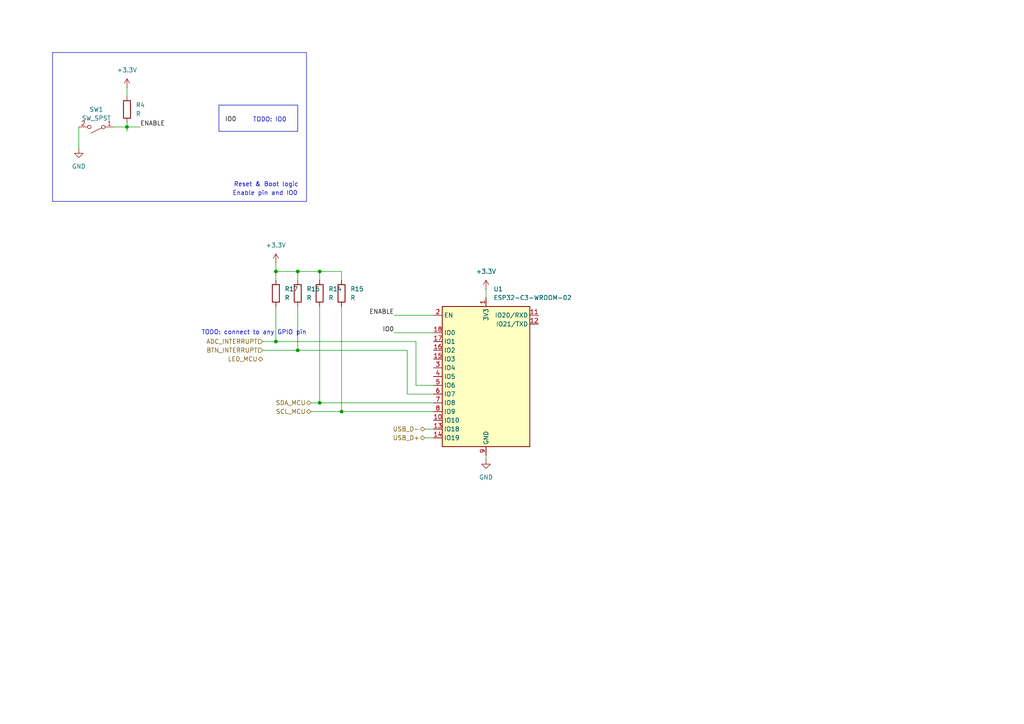
<source format=kicad_sch>
(kicad_sch (version 20250114) (generator "eeschema") (generator_version "9.0")
  (paper "A4")
  (lib_symbols
    (symbol "Device:R" (pin_numbers (hide yes)) (pin_names (offset 0))
      (property "Reference" "R" (at 2.032 0 90))
      (property "Value" "R" (at 0 0 90))
      (symbol "R_0_1"
        (rectangle (start -1.016 -2.54) (end 1.016 2.54) (stroke (width 0.254)))
      )
      (symbol "R_1_1"
        (pin passive line (at 0 3.81 270) (length 1.27) (name "~") (number "1"))
        (pin passive line (at 0 -3.81 90) (length 1.27) (name "~") (number "2"))
      )
    )
    (symbol "RF_Module:ESP32-C3-WROOM-02"
      (property "Reference" "U" (at -12.192 21.336 0))
      (property "Value" "ESP32-C3-WROOM-02" (at 12.192 21.336 0))
      (symbol "ESP32-C3-WROOM-02_1_1"
        (rectangle (start -12.7 20.32) (end 12.7 -20.32) (stroke (width 0.254)) (fill (type background)))
        (pin input line (at -15.24 17.78 0) (length 2.54) (name "EN") (number "2"))
        (pin bidirectional line (at -15.24 12.7 0) (length 2.54) (name "IO0") (number "18"))
        (pin bidirectional line (at -15.24 10.16 0) (length 2.54) (name "IO1") (number "17"))
        (pin bidirectional line (at -15.24 7.62 0) (length 2.54) (name "IO2") (number "16"))
        (pin bidirectional line (at -15.24 5.08 0) (length 2.54) (name "IO3") (number "15"))
        (pin bidirectional line (at -15.24 2.54 0) (length 2.54) (name "IO4") (number "3"))
        (pin bidirectional line (at -15.24 0 0) (length 2.54) (name "IO5") (number "4"))
        (pin bidirectional line (at -15.24 -2.54 0) (length 2.54) (name "IO6") (number "5"))
        (pin bidirectional line (at -15.24 -5.08 0) (length 2.54) (name "IO7") (number "6"))
        (pin bidirectional line (at -15.24 -7.62 0) (length 2.54) (name "IO8") (number "7"))
        (pin bidirectional line (at -15.24 -10.16 0) (length 2.54) (name "IO9") (number "8"))
        (pin bidirectional line (at -15.24 -12.7 0) (length 2.54) (name "IO10") (number "10"))
        (pin bidirectional line (at -15.24 -15.24 0) (length 2.54) (name "IO18") (number "13"))
        (pin bidirectional line (at -15.24 -17.78 0) (length 2.54) (name "IO19") (number "14"))
        (pin power_in line (at 0 22.86 270) (length 2.54) (name "3V3") (number "1"))
        (pin passive line (at 0 -22.86 90) (length 2.54) (hide yes) (name "GND") (number "19"))
        (pin power_in line (at 0 -22.86 90) (length 2.54) (name "GND") (number "9"))
        (pin bidirectional line (at 15.24 17.78 180) (length 2.54) (name "IO20/RXD") (number "11"))
        (pin bidirectional line (at 15.24 15.24 180) (length 2.54) (name "IO21/TXD") (number "12"))
      )
    )
    (symbol "Switch:SW_SPST" (pin_names (offset 0) (hide yes))
      (property "Reference" "SW" (at 0 3.175 0))
      (property "Value" "SW_SPST" (at 0 -2.54 0))
      (symbol "SW_SPST_0_0"
        (circle (center -2.032 0) (radius 0.508))
        (polyline (pts (xy -1.524 0.254) (xy 1.524 1.778)))
        (circle (center 2.032 0) (radius 0.508))
      )
      (symbol "SW_SPST_1_1"
        (pin passive line (at -5.08 0 0) (length 2.54) (name "A") (number "1"))
        (pin passive line (at 5.08 0 180) (length 2.54) (name "B") (number "2"))
      )
    )
    (symbol "power:+3.3V" (power) (pin_numbers (hide yes)) (pin_names (offset 0) (hide yes))
      (property "Value" "+3.3V" (at 0 3.556 0))
      (symbol "+3.3V_0_1"
        (polyline (pts (xy -0.762 1.27) (xy 0 2.54)))
        (polyline (pts (xy 0 2.54) (xy 0.762 1.27)))
        (polyline (pts (xy 0 0) (xy 0 2.54)))
      )
      (symbol "+3.3V_1_1"
        (pin power_in line (at 0 0 90) (length 0) (name "~") (number "1"))
      )
    )
    (symbol "power:GND" (power) (pin_numbers (hide yes)) (pin_names (offset 0) (hide yes))
      (property "Value" "GND" (at 0 -3.81 0))
      (symbol "GND_0_1"
        (polyline (pts (xy 0 0) (xy 0 -1.27) (xy 1.27 -1.27) (xy 0 -2.54) (xy -1.27 -1.27) (xy 0 -1.27)))
      )
      (symbol "GND_1_1"
        (pin power_in line (at 0 0 270) (length 0) (name "~") (number "1"))
      )
    )
  )
  (rectangle (start 15.24 15.24) (end 88.9 58.42))
  (rectangle (start 63.5 30.48) (end 86.36 38.1))
  (text "TODO: IO0" (at 78.232 34.798 0) (effects (font (size 1.27 1.27))))
  (text "Reset & Boot logic" (at 86.614 53.594 0) (effects (font (size 1.27 1.27)) (justify right)))
  (text "Enable pin and IO0" (at 86.36 56.134 0) (effects (font (size 1.27 1.27)) (justify right)))
  (text "TODO: connect to any GPIO pin" (at 73.66 96.52 0) (effects (font (size 1.27 1.27))))
  (junction (at 92.71 116.84))
  (junction (at 36.83 36.83))
  (junction (at 86.36 78.74))
  (junction (at 99.06 119.38))
  (junction (at 80.01 78.74))
  (junction (at 86.36 101.6))
  (junction (at 80.01 99.06))
  (junction (at 92.71 78.74))
  (wire (pts (xy 114.3 91.44) (xy 125.73 91.44)))
  (wire (pts (xy 125.73 114.3) (xy 118.11 114.3)))
  (wire (pts (xy 92.71 78.74) (xy 92.71 81.28)))
  (wire (pts (xy 140.97 83.82) (xy 140.97 86.36)))
  (wire (pts (xy 76.2 99.06) (xy 80.01 99.06)))
  (wire (pts (xy 92.71 88.9) (xy 92.71 116.84)))
  (wire (pts (xy 80.01 99.06) (xy 80.01 88.9)))
  (wire (pts (xy 86.36 101.6) (xy 86.36 88.9)))
  (wire (pts (xy 90.17 116.84) (xy 92.71 116.84)))
  (wire (pts (xy 92.71 116.84) (xy 125.73 116.84)))
  (wire (pts (xy 140.97 132.08) (xy 140.97 133.35)))
  (wire (pts (xy 40.64 36.83) (xy 36.83 36.83)))
  (wire (pts (xy 80.01 99.06) (xy 120.65 99.06)))
  (wire (pts (xy 76.2 101.6) (xy 86.36 101.6)))
  (wire (pts (xy 123.19 127) (xy 125.73 127)))
  (wire (pts (xy 99.06 88.9) (xy 99.06 119.38)))
  (wire (pts (xy 114.3 96.52) (xy 125.73 96.52)))
  (wire (pts (xy 86.36 101.6) (xy 118.11 101.6)))
  (wire (pts (xy 36.83 38.1) (xy 36.83 36.83)))
  (wire (pts (xy 92.71 78.74) (xy 99.06 78.74)))
  (wire (pts (xy 36.83 35.56) (xy 36.83 36.83)))
  (wire (pts (xy 118.11 114.3) (xy 118.11 101.6)))
  (wire (pts (xy 120.65 111.76) (xy 125.73 111.76)))
  (wire (pts (xy 80.01 81.28) (xy 80.01 78.74)))
  (wire (pts (xy 86.36 78.74) (xy 86.36 81.28)))
  (wire (pts (xy 22.86 36.83) (xy 22.86 43.18)))
  (wire (pts (xy 33.02 36.83) (xy 36.83 36.83)))
  (wire (pts (xy 99.06 119.38) (xy 125.73 119.38)))
  (wire (pts (xy 80.01 76.2) (xy 80.01 78.74)))
  (wire (pts (xy 86.36 78.74) (xy 92.71 78.74)))
  (wire (pts (xy 120.65 99.06) (xy 120.65 111.76)))
  (wire (pts (xy 123.19 124.46) (xy 125.73 124.46)))
  (wire (pts (xy 99.06 78.74) (xy 99.06 81.28)))
  (wire (pts (xy 36.83 25.4) (xy 36.83 27.94)))
  (wire (pts (xy 80.01 78.74) (xy 86.36 78.74)))
  (wire (pts (xy 90.17 119.38) (xy 99.06 119.38)))
  (label "ENABLE" (at 114.3 91.44 180))
  (label "IO0" (at 68.58 35.56 180))
  (label "IO0" (at 114.3 96.52 180))
  (label "ENABLE" (at 40.64 36.83 0))
  (hierarchical_label "USB_D-" (shape bidirectional) (at 123.19 124.46 180))
  (hierarchical_label "USB_D+" (shape bidirectional) (at 123.19 127 180))
  (hierarchical_label "SCL_MCU" (shape bidirectional) (at 90.17 119.38 180))
  (hierarchical_label "ADC_INTERRUPT" (shape input) (at 76.2 99.06 180))
  (hierarchical_label "SDA_MCU" (shape bidirectional) (at 90.17 116.84 180))
  (hierarchical_label "LED_MCU" (shape bidirectional) (at 76.2 104.14 180))
  (hierarchical_label "BTN_INTERRUPT" (shape input) (at 76.2 101.6 180))
  (symbol (lib_id "Device:R") (at 86.36 85.09 0) (unit 1)
    (property "Reference" "R16" (at 88.9 83.8199 0) (effects (justify left)))
    (property "Value" "R" (at 88.9 86.3599 0) (effects (justify left)))
    (property "Description" "Resistor" (effects (hide yes)))
  )
  (symbol (lib_id "RF_Module:ESP32-C3-WROOM-02") (at 140.97 109.22 0) (unit 1)
    (property "Reference" "U1" (at 143.1133 83.82 0) (effects (justify left)))
    (property "Value" "ESP32-C3-WROOM-02" (at 143.1133 86.36 0) (effects (justify left)))
    (property "Footprint" "RF_Module:ESP32-C3-WROOM-02" (effects (hide yes)))
    (property "Datasheet" "https://www.espressif.com/sites/default/files/documentation/esp32-c3-wroom-02_datasheet_en.pdf" (effects (hide yes)))
    (property "Description" "802.11 b/g/n Wi­Fi and Bluetooth 5 module, ESP32­C3 SoC, RISC­V microprocessor, On-board antenna" (effects (hide yes)))
  )
  (symbol (lib_id "power:GND") (at 22.86 43.18 0) (unit 1)
    (property "Reference" "#PWR08" (effects (hide yes)))
    (property "Value" "GND" (at 22.86 48.26 0))
    (property "Description" "Power symbol creates a global label with name \"GND\" , ground" (effects (hide yes)))
  )
  (symbol (lib_id "power:+3.3V") (at 80.01 76.2 0) (unit 1)
    (property "Reference" "#PWR041" (effects (hide yes)))
    (property "Value" "+3.3V" (at 80.01 71.12 0))
    (property "Description" "Power symbol creates a global label with name \"+3.3V\"" (effects (hide yes)))
  )
  (symbol (lib_id "power:+3.3V") (at 140.97 83.82 0) (unit 1)
    (property "Reference" "#PWR01" (effects (hide yes)))
    (property "Value" "+3.3V" (at 140.97 78.74 0))
    (property "Description" "Power symbol creates a global label with name \"+3.3V\"" (effects (hide yes)))
  )
  (symbol (lib_id "Device:R") (at 99.06 85.09 0) (unit 1)
    (property "Reference" "R15" (at 101.6 83.8199 0) (effects (justify left)))
    (property "Value" "R" (at 101.6 86.3599 0) (effects (justify left)))
    (property "Description" "Resistor" (effects (hide yes)))
  )
  (symbol (lib_id "Device:R") (at 92.71 85.09 0) (unit 1)
    (property "Reference" "R14" (at 95.25 83.8199 0) (effects (justify left)))
    (property "Value" "R" (at 95.25 86.3599 0) (effects (justify left)))
    (property "Description" "Resistor" (effects (hide yes)))
  )
  (symbol (lib_id "power:GND") (at 140.97 133.35 0) (unit 1)
    (property "Reference" "#PWR02" (effects (hide yes)))
    (property "Value" "GND" (at 140.97 138.43 0))
    (property "Description" "Power symbol creates a global label with name \"GND\" , ground" (effects (hide yes)))
  )
  (symbol (lib_id "Device:R") (at 80.01 85.09 0) (unit 1)
    (property "Reference" "R17" (at 82.55 83.8199 0) (effects (justify left)))
    (property "Value" "R" (at 82.55 86.3599 0) (effects (justify left)))
    (property "Description" "Resistor" (effects (hide yes)))
  )
  (symbol (lib_id "Device:R") (at 36.83 31.75 180) (unit 1)
    (property "Reference" "R4" (at 39.37 30.4799 0) (effects (justify right)))
    (property "Value" "R" (at 39.37 33.0199 0) (effects (justify right)))
    (property "Footprint" "Resistor_SMD:R_0603_1608Metric" (effects (hide yes)))
    (property "Description" "Resistor" (effects (hide yes)))
  )
  (symbol (lib_id "power:+3.3V") (at 36.83 25.4 0) (unit 1)
    (property "Reference" "#PWR07" (effects (hide yes)))
    (property "Value" "+3.3V" (at 36.83 20.32 0))
    (property "Description" "Power symbol creates a global label with name \"+3.3V\"" (effects (hide yes)))
  )
  (symbol (lib_id "Switch:SW_SPST") (at 27.94 36.83 180) (unit 1)
    (property "Reference" "SW1" (at 27.94 31.75 0))
    (property "Value" "SW_SPST" (at 27.94 34.29 0))
    (property "Description" "Single Pole Single Throw (SPST) switch" (effects (hide yes)))
  )
)
</source>
